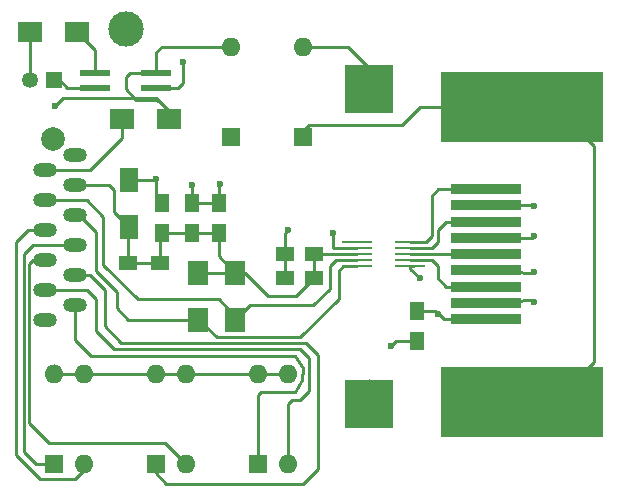
<source format=gbr>
G04 #@! TF.FileFunction,Copper,L1,Top,Signal*
%FSLAX46Y46*%
G04 Gerber Fmt 4.6, Leading zero omitted, Abs format (unit mm)*
G04 Created by KiCad (PCBNEW 4.0.5) date 02/02/17 02:07:39*
%MOMM*%
%LPD*%
G01*
G04 APERTURE LIST*
%ADD10C,0.100000*%
%ADD11R,1.350000X1.350000*%
%ADD12C,1.350000*%
%ADD13R,2.500000X0.600000*%
%ADD14R,2.500000X0.270000*%
%ADD15R,4.064000X4.064000*%
%ADD16R,1.600000X2.000000*%
%ADD17C,3.000000*%
%ADD18R,1.600000X1.600000*%
%ADD19O,1.600000X1.600000*%
%ADD20R,2.000000X1.700000*%
%ADD21R,1.700000X2.000000*%
%ADD22R,1.250000X1.500000*%
%ADD23R,1.500000X1.250000*%
%ADD24R,1.500000X1.300000*%
%ADD25R,13.700000X6.000000*%
%ADD26R,6.000000X0.940000*%
%ADD27C,3.500000*%
%ADD28O,2.000000X1.200000*%
%ADD29C,2.000000*%
%ADD30C,0.600000*%
%ADD31C,0.250000*%
G04 APERTURE END LIST*
D10*
D11*
X160020000Y-91948000D03*
D12*
X158020000Y-91948000D03*
D13*
X168716000Y-91313000D03*
X163516000Y-91313000D03*
X168716000Y-92583000D03*
X163516000Y-92583000D03*
D14*
X185710000Y-107680000D03*
X190210000Y-107680000D03*
X185710000Y-107180000D03*
X190210000Y-107180000D03*
X185710000Y-106680000D03*
X190210000Y-106680000D03*
X185710000Y-106180000D03*
X190210000Y-106180000D03*
X185710000Y-105680000D03*
X190210000Y-105680000D03*
D15*
X186690000Y-119380000D03*
X186690000Y-92710000D03*
D16*
X166370000Y-104362000D03*
X166370000Y-100362000D03*
D17*
X166116000Y-87630000D03*
D18*
X168656000Y-124460000D03*
D19*
X171196000Y-116840000D03*
X171196000Y-124460000D03*
X168656000Y-116840000D03*
D18*
X181102000Y-96774000D03*
D19*
X181102000Y-89154000D03*
D18*
X160020000Y-124460000D03*
D19*
X162560000Y-116840000D03*
X162560000Y-124460000D03*
X160020000Y-116840000D03*
D18*
X177292000Y-124460000D03*
D19*
X179832000Y-116840000D03*
X179832000Y-124460000D03*
X177292000Y-116840000D03*
D18*
X175006000Y-96774000D03*
D19*
X175006000Y-89154000D03*
D20*
X162020000Y-87884000D03*
X158020000Y-87884000D03*
X165767000Y-95250000D03*
X169767000Y-95250000D03*
D21*
X172212000Y-108236000D03*
X172212000Y-112236000D03*
X175387000Y-108236000D03*
X175387000Y-112236000D03*
D22*
X171704000Y-104882000D03*
X171704000Y-102382000D03*
X173990000Y-104882000D03*
X173990000Y-102382000D03*
X190754000Y-111526000D03*
X190754000Y-114026000D03*
X169164000Y-104882000D03*
X169164000Y-102382000D03*
D23*
X182098000Y-108712000D03*
X179598000Y-108712000D03*
X182098000Y-106680000D03*
X179598000Y-106680000D03*
D24*
X166290000Y-107442000D03*
X168990000Y-107442000D03*
D25*
X199684000Y-119180000D03*
D26*
X196604000Y-103920000D03*
X196604000Y-102540000D03*
X196604000Y-105300000D03*
X196604000Y-106680000D03*
X196604000Y-101160000D03*
X196604000Y-112200000D03*
X196604000Y-110820000D03*
X196604000Y-109440000D03*
X196604000Y-108060000D03*
D25*
X199684000Y-94180000D03*
D27*
X197104000Y-94180000D03*
X197104000Y-119180000D03*
D28*
X161798000Y-98298000D03*
X159258000Y-99568000D03*
X161798000Y-100838000D03*
X159258000Y-102108000D03*
X161798000Y-103378000D03*
X159258000Y-104648000D03*
X161798000Y-105918000D03*
X159258000Y-107188000D03*
X161798000Y-108458000D03*
X159258000Y-109728000D03*
X161798000Y-110998000D03*
X159258000Y-112268000D03*
D29*
X159998000Y-96948000D03*
D30*
X188595000Y-114427000D03*
X186690000Y-119380000D03*
X174117000Y-100711000D03*
X170942000Y-90424000D03*
X200660000Y-110744000D03*
X200660000Y-108204000D03*
X200660000Y-105156000D03*
X200660000Y-102616000D03*
X171704000Y-100838000D03*
X183642000Y-104902000D03*
X179832000Y-104648000D03*
X168656000Y-100330000D03*
X192532000Y-111760000D03*
X191008000Y-108712000D03*
X160147000Y-94107000D03*
X200600000Y-117500000D03*
D31*
X161798000Y-100838000D02*
X164719000Y-100838000D01*
X165100000Y-103092000D02*
X166370000Y-104362000D01*
X165100000Y-101219000D02*
X165100000Y-103092000D01*
X164719000Y-100838000D02*
X165100000Y-101219000D01*
X175387000Y-108236000D02*
X176181000Y-108236000D01*
X176181000Y-108236000D02*
X178181000Y-110236000D01*
X180574000Y-110236000D02*
X182098000Y-108712000D01*
X178181000Y-110236000D02*
X180574000Y-110236000D01*
X172212000Y-108236000D02*
X175387000Y-108236000D01*
X173990000Y-104882000D02*
X173990000Y-106839000D01*
X173990000Y-106839000D02*
X175387000Y-108236000D01*
X171704000Y-104882000D02*
X173990000Y-104882000D01*
X169164000Y-104882000D02*
X171704000Y-104882000D01*
X168990000Y-107442000D02*
X166290000Y-107442000D01*
X166290000Y-107442000D02*
X166290000Y-104442000D01*
X166290000Y-104442000D02*
X166370000Y-104362000D01*
X173736000Y-105136000D02*
X173482000Y-104882000D01*
X169164000Y-104882000D02*
X168990000Y-105056000D01*
X168990000Y-105056000D02*
X168990000Y-107442000D01*
X182098000Y-106680000D02*
X185710000Y-106680000D01*
X182098000Y-108712000D02*
X182098000Y-106680000D01*
X188996000Y-114026000D02*
X190754000Y-114026000D01*
X188595000Y-114427000D02*
X188996000Y-114026000D01*
X173990000Y-102382000D02*
X173990000Y-100838000D01*
X173990000Y-100838000D02*
X174117000Y-100711000D01*
X171704000Y-102382000D02*
X173990000Y-102382000D01*
X168716000Y-92583000D02*
X170561000Y-92583000D01*
X170942000Y-92202000D02*
X170942000Y-90424000D01*
X170561000Y-92583000D02*
X170942000Y-92202000D01*
X186690000Y-92710000D02*
X186690000Y-90932000D01*
X186690000Y-90932000D02*
X184912000Y-89154000D01*
X184912000Y-89154000D02*
X181102000Y-89154000D01*
X168716000Y-92583000D02*
X169037000Y-92583000D01*
X186690000Y-119380000D02*
X186690000Y-117348000D01*
X195834000Y-110820000D02*
X200482000Y-110566000D01*
X200482000Y-110566000D02*
X200660000Y-110744000D01*
X195834000Y-108060000D02*
X200550000Y-108314000D01*
X200550000Y-108314000D02*
X200660000Y-108204000D01*
X200516000Y-105300000D02*
X195834000Y-105300000D01*
X200660000Y-105156000D02*
X200516000Y-105300000D01*
X195834000Y-102540000D02*
X200584000Y-102540000D01*
X200584000Y-102540000D02*
X200660000Y-102616000D01*
X171704000Y-102382000D02*
X171704000Y-100838000D01*
X173990000Y-102382000D02*
X173990000Y-102108000D01*
X185710000Y-106180000D02*
X183650000Y-106180000D01*
X183642000Y-106172000D02*
X183642000Y-104902000D01*
X183650000Y-106180000D02*
X183642000Y-106172000D01*
X179598000Y-106680000D02*
X179598000Y-104882000D01*
X179598000Y-104882000D02*
X179832000Y-104648000D01*
X179598000Y-108712000D02*
X179598000Y-106680000D01*
X168656000Y-100330000D02*
X168656000Y-101874000D01*
X168656000Y-101874000D02*
X169164000Y-102382000D01*
X168624000Y-100362000D02*
X166370000Y-100362000D01*
X168656000Y-100330000D02*
X168624000Y-100362000D01*
X186690000Y-119380000D02*
X186690000Y-118090000D01*
X169350000Y-102200000D02*
X169400000Y-102150000D01*
X195834000Y-112200000D02*
X193108000Y-112200000D01*
X192668000Y-111760000D02*
X192532000Y-111760000D01*
X193108000Y-112200000D02*
X192668000Y-111760000D01*
X190210000Y-107680000D02*
X190210000Y-107914000D01*
X192298000Y-111526000D02*
X190754000Y-111526000D01*
X192532000Y-111760000D02*
X192298000Y-111526000D01*
X190210000Y-107914000D02*
X191008000Y-108712000D01*
X190500000Y-107696000D02*
X190210000Y-107680000D01*
X160020000Y-91948000D02*
X160528000Y-91948000D01*
X160528000Y-91948000D02*
X161163000Y-92583000D01*
X161163000Y-92583000D02*
X163516000Y-92583000D01*
X158020000Y-87884000D02*
X158020000Y-91948000D01*
X159258000Y-99568000D02*
X163068000Y-99568000D01*
X163068000Y-99568000D02*
X165767000Y-96869000D01*
X165767000Y-96869000D02*
X165767000Y-95250000D01*
X177292000Y-116840000D02*
X179832000Y-116840000D01*
X171196000Y-116840000D02*
X177292000Y-116840000D01*
X168656000Y-116840000D02*
X171196000Y-116840000D01*
X162560000Y-116840000D02*
X168656000Y-116840000D01*
X160020000Y-116840000D02*
X162560000Y-116840000D01*
X160020000Y-116078000D02*
X160020000Y-116840000D01*
X161798000Y-103378000D02*
X162179000Y-103378000D01*
X162179000Y-103378000D02*
X163576000Y-104775000D01*
X163576000Y-104775000D02*
X163576000Y-108077000D01*
X163576000Y-108077000D02*
X165354000Y-109855000D01*
X165354000Y-109855000D02*
X165354000Y-111252000D01*
X165354000Y-111252000D02*
X166338000Y-112236000D01*
X166338000Y-112236000D02*
X172212000Y-112236000D01*
X185710000Y-107680000D02*
X184547000Y-107680000D01*
X184547000Y-107680000D02*
X184150000Y-108077000D01*
X184150000Y-108077000D02*
X184150000Y-110490000D01*
X184150000Y-110490000D02*
X180848000Y-113665000D01*
X180848000Y-113665000D02*
X173863000Y-113665000D01*
X173863000Y-113665000D02*
X172212000Y-112236000D01*
X172212000Y-112141000D02*
X172212000Y-112236000D01*
X175387000Y-112236000D02*
X175387000Y-111887000D01*
X175387000Y-111887000D02*
X173990000Y-110490000D01*
X162814000Y-102108000D02*
X159258000Y-102108000D01*
X164211000Y-103505000D02*
X162814000Y-102108000D01*
X164211000Y-107569000D02*
X164211000Y-103505000D01*
X167132000Y-110490000D02*
X164211000Y-107569000D01*
X173990000Y-110490000D02*
X167132000Y-110490000D01*
X185710000Y-107180000D02*
X183904000Y-107180000D01*
X176625000Y-110998000D02*
X175387000Y-112236000D01*
X181991000Y-110998000D02*
X176625000Y-110998000D01*
X183388000Y-109601000D02*
X181991000Y-110998000D01*
X183388000Y-107696000D02*
X183388000Y-109601000D01*
X183904000Y-107180000D02*
X183388000Y-107696000D01*
X162560000Y-124460000D02*
X162560000Y-124968000D01*
X162560000Y-124968000D02*
X161798000Y-125730000D01*
X157861000Y-104648000D02*
X159258000Y-104648000D01*
X156845000Y-105664000D02*
X157861000Y-104648000D01*
X156845000Y-123698000D02*
X156845000Y-105664000D01*
X158877000Y-125730000D02*
X156845000Y-123698000D01*
X161798000Y-125730000D02*
X158877000Y-125730000D01*
X160020000Y-124460000D02*
X158496000Y-124460000D01*
X158242000Y-105918000D02*
X161798000Y-105918000D01*
X157480000Y-106680000D02*
X158242000Y-105918000D01*
X157480000Y-123444000D02*
X157480000Y-106680000D01*
X158496000Y-124460000D02*
X157480000Y-123444000D01*
X159258000Y-107188000D02*
X158242000Y-107188000D01*
X169418000Y-122682000D02*
X171196000Y-124460000D01*
X159639000Y-122682000D02*
X169418000Y-122682000D01*
X157930002Y-120973002D02*
X159639000Y-122682000D01*
X157930002Y-107499998D02*
X157930002Y-120973002D01*
X158242000Y-107188000D02*
X157930002Y-107499998D01*
X168656000Y-124460000D02*
X168656000Y-125222000D01*
X168656000Y-125222000D02*
X169545000Y-126111000D01*
X163068000Y-108458000D02*
X161798000Y-108458000D01*
X164338000Y-109728000D02*
X163068000Y-108458000D01*
X164338000Y-112776000D02*
X164338000Y-109728000D01*
X165735000Y-114173000D02*
X164338000Y-112776000D01*
X181356000Y-114173000D02*
X165735000Y-114173000D01*
X182372000Y-115189000D02*
X181356000Y-114173000D01*
X182372000Y-124841000D02*
X182372000Y-115189000D01*
X181102000Y-126111000D02*
X182372000Y-124841000D01*
X169545000Y-126111000D02*
X181102000Y-126111000D01*
X179832000Y-124460000D02*
X179832000Y-119380000D01*
X162814000Y-109728000D02*
X159258000Y-109728000D01*
X163576000Y-110490000D02*
X162814000Y-109728000D01*
X163576000Y-113157000D02*
X163576000Y-110490000D01*
X165100000Y-114681000D02*
X163576000Y-113157000D01*
X180848000Y-114681000D02*
X165100000Y-114681000D01*
X181610000Y-115443000D02*
X180848000Y-114681000D01*
X181610000Y-118237000D02*
X181610000Y-115443000D01*
X180848000Y-118999000D02*
X181610000Y-118237000D01*
X180213000Y-118999000D02*
X180848000Y-118999000D01*
X179832000Y-119380000D02*
X180213000Y-118999000D01*
X177292000Y-124460000D02*
X177292000Y-118618000D01*
X161798000Y-113919000D02*
X161798000Y-110998000D01*
X163195000Y-115316000D02*
X161798000Y-113919000D01*
X180467000Y-115316000D02*
X163195000Y-115316000D01*
X181102000Y-116332000D02*
X180467000Y-115316000D01*
X181085142Y-117349824D02*
X181102000Y-116332000D01*
X180467000Y-118364000D02*
X181085142Y-117349824D01*
X177546000Y-118364000D02*
X180467000Y-118364000D01*
X177292000Y-118618000D02*
X177546000Y-118364000D01*
X169767000Y-95250000D02*
X169767000Y-94583000D01*
X169767000Y-94583000D02*
X168656000Y-93472000D01*
X160782000Y-93472000D02*
X160147000Y-94107000D01*
X168656000Y-93472000D02*
X160782000Y-93472000D01*
X168716000Y-91313000D02*
X166497000Y-91313000D01*
X166497000Y-91313000D02*
X166116000Y-91694000D01*
X166116000Y-91694000D02*
X166116000Y-92710000D01*
X166116000Y-92710000D02*
X167005000Y-93599000D01*
X168783000Y-93599000D02*
X169767000Y-94583000D01*
X167005000Y-93599000D02*
X168783000Y-93599000D01*
X166116000Y-91694000D02*
X166497000Y-91313000D01*
X166116000Y-92710000D02*
X166116000Y-91694000D01*
X175006000Y-89154000D02*
X169164000Y-89154000D01*
X168716000Y-89602000D02*
X168716000Y-91313000D01*
X169164000Y-89154000D02*
X168716000Y-89602000D01*
X181102000Y-96774000D02*
X181102000Y-96266000D01*
X181102000Y-96266000D02*
X181610000Y-95758000D01*
X181610000Y-95758000D02*
X189484000Y-95758000D01*
X189484000Y-95758000D02*
X191062000Y-94180000D01*
X191062000Y-94180000D02*
X199684000Y-94180000D01*
X199684000Y-119180000D02*
X202384000Y-119180000D01*
X202384000Y-119180000D02*
X205740000Y-115824000D01*
X205740000Y-115824000D02*
X205740000Y-97536000D01*
X205740000Y-97536000D02*
X202384000Y-94180000D01*
X202384000Y-94180000D02*
X199684000Y-94180000D01*
X195000000Y-95000000D02*
X193420000Y-95000000D01*
X195000000Y-117500000D02*
X200400000Y-117500000D01*
X200400000Y-117500000D02*
X200600000Y-117500000D01*
X163516000Y-91313000D02*
X163516000Y-89380000D01*
X163516000Y-89380000D02*
X162020000Y-87884000D01*
X190210000Y-107180000D02*
X192016000Y-107180000D01*
X193260000Y-109440000D02*
X195834000Y-109440000D01*
X192532000Y-108712000D02*
X193260000Y-109440000D01*
X192532000Y-107696000D02*
X192532000Y-108712000D01*
X192016000Y-107180000D02*
X192532000Y-107696000D01*
X190210000Y-106680000D02*
X195834000Y-106680000D01*
X190210000Y-106180000D02*
X192016000Y-106180000D01*
X193260000Y-103920000D02*
X195834000Y-103920000D01*
X192532000Y-104648000D02*
X193260000Y-103920000D01*
X192532000Y-105664000D02*
X192532000Y-104648000D01*
X192016000Y-106180000D02*
X192532000Y-105664000D01*
X195834000Y-101160000D02*
X192600000Y-101160000D01*
X191500000Y-105680000D02*
X190210000Y-105680000D01*
X192024000Y-105156000D02*
X191500000Y-105680000D01*
X192024000Y-101736000D02*
X192024000Y-105156000D01*
X192600000Y-101160000D02*
X192024000Y-101736000D01*
M02*

</source>
